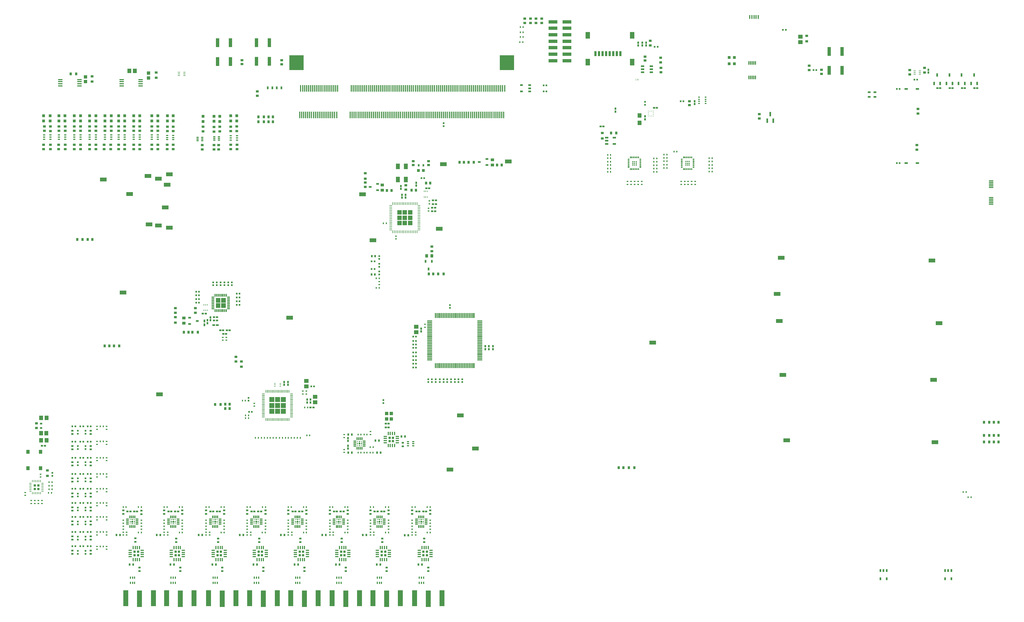
<source format=gtp>
G04*
G04 #@! TF.GenerationSoftware,Altium Limited,Altium Designer,20.2.6 (244)*
G04*
G04 Layer_Color=8421504*
%FSLAX25Y25*%
%MOIN*%
G70*
G04*
G04 #@! TF.SameCoordinates,7BFF7E2D-F564-4378-804B-9DD5228BFDDE*
G04*
G04*
G04 #@! TF.FilePolarity,Positive*
G04*
G01*
G75*
%ADD29R,0.05236X0.05236*%
%ADD30R,0.03150X0.03150*%
%ADD31R,0.01772X0.01772*%
%ADD32R,0.01772X0.01772*%
%ADD33R,0.02953X0.02953*%
%ADD34R,0.05866X0.05866*%
%ADD35R,0.03740X0.02165*%
%ADD36R,0.02598X0.02441*%
%ADD37R,0.02441X0.02598*%
%ADD38R,0.02165X0.03740*%
%ADD39R,0.04331X0.02362*%
%ADD40R,0.04528X0.05709*%
%ADD41R,0.01083X0.00984*%
%ADD42R,0.00984X0.01083*%
%ADD43R,0.08268X0.05118*%
%ADD44R,0.03543X0.02953*%
%ADD45R,0.00984X0.01968*%
%ADD46R,0.00984X0.00591*%
%ADD47R,0.03850X0.02200*%
%ADD48R,0.03543X0.02756*%
%ADD49R,0.03740X0.03150*%
%ADD50R,0.05709X0.07874*%
%ADD51R,0.03150X0.05906*%
%ADD52R,0.17700X0.18100*%
%ADD53R,0.01400X0.07900*%
%ADD54R,0.05512X0.01181*%
%ADD55R,0.03150X0.03740*%
G04:AMPARAMS|DCode=56|XSize=21.65mil|YSize=31.5mil|CornerRadius=1.95mil|HoleSize=0mil|Usage=FLASHONLY|Rotation=0.000|XOffset=0mil|YOffset=0mil|HoleType=Round|Shape=RoundedRectangle|*
%AMROUNDEDRECTD56*
21,1,0.02165,0.02760,0,0,0.0*
21,1,0.01776,0.03150,0,0,0.0*
1,1,0.00390,0.00888,-0.01380*
1,1,0.00390,-0.00888,-0.01380*
1,1,0.00390,-0.00888,0.01380*
1,1,0.00390,0.00888,0.01380*
%
%ADD56ROUNDEDRECTD56*%
%ADD57R,0.03937X0.11024*%
%ADD58R,0.02362X0.02165*%
G04:AMPARAMS|DCode=59|XSize=21.65mil|YSize=31.5mil|CornerRadius=1.95mil|HoleSize=0mil|Usage=FLASHONLY|Rotation=270.000|XOffset=0mil|YOffset=0mil|HoleType=Round|Shape=RoundedRectangle|*
%AMROUNDEDRECTD59*
21,1,0.02165,0.02760,0,0,270.0*
21,1,0.01776,0.03150,0,0,270.0*
1,1,0.00390,-0.01380,-0.00888*
1,1,0.00390,-0.01380,0.00888*
1,1,0.00390,0.01380,0.00888*
1,1,0.00390,0.01380,-0.00888*
%
%ADD59ROUNDEDRECTD59*%
%ADD60R,0.02600X0.00900*%
%ADD61R,0.06299X0.19291*%
%ADD62R,0.05906X0.20472*%
%ADD63R,0.01181X0.02756*%
%ADD64R,0.02300X0.05200*%
%ADD65R,0.03740X0.03347*%
%ADD66R,0.01772X0.05118*%
%ADD67R,0.04528X0.05512*%
%ADD68R,0.02047X0.02047*%
%ADD69O,0.01181X0.05315*%
%ADD70R,0.03937X0.04134*%
%ADD71R,0.10827X0.03937*%
%ADD72R,0.02047X0.02835*%
%ADD73R,0.01772X0.02165*%
%ADD74R,0.05512X0.01772*%
%ADD75R,0.02165X0.01772*%
%ADD76R,0.03937X0.04724*%
%ADD77R,0.02165X0.02165*%
%ADD78R,0.02284X0.02598*%
%ADD79R,0.02323X0.02441*%
%ADD80R,0.01968X0.01968*%
%ADD81R,0.05512X0.04921*%
%ADD82R,0.04921X0.05512*%
%ADD83O,0.00984X0.03543*%
%ADD84O,0.03543X0.00984*%
%ADD85R,0.04375X0.02365*%
%ADD86O,0.00984X0.03150*%
%ADD87O,0.03150X0.00984*%
%ADD88R,0.01378X0.01968*%
%ADD89R,0.01968X0.01378*%
%ADD90R,0.03956X0.01535*%
%ADD91R,0.01535X0.03956*%
%ADD92O,0.00787X0.03543*%
%ADD93O,0.03543X0.00787*%
%ADD94R,0.02441X0.02323*%
%ADD95R,0.02835X0.02047*%
%ADD96R,0.01968X0.01968*%
%ADD97R,0.02598X0.02284*%
%ADD98R,0.05906X0.01181*%
%ADD99R,0.01181X0.05906*%
%ADD100R,0.03740X0.02362*%
%ADD101R,0.02953X0.03543*%
%ADD102R,0.04331X0.03937*%
G04:AMPARAMS|DCode=103|XSize=7.87mil|YSize=17.72mil|CornerRadius=1.97mil|HoleSize=0mil|Usage=FLASHONLY|Rotation=180.000|XOffset=0mil|YOffset=0mil|HoleType=Round|Shape=RoundedRectangle|*
%AMROUNDEDRECTD103*
21,1,0.00787,0.01378,0,0,180.0*
21,1,0.00394,0.01772,0,0,180.0*
1,1,0.00394,-0.00197,0.00689*
1,1,0.00394,0.00197,0.00689*
1,1,0.00394,0.00197,-0.00689*
1,1,0.00394,-0.00197,-0.00689*
%
%ADD103ROUNDEDRECTD103*%
%ADD104R,0.05512X0.04528*%
%ADD105R,0.02756X0.01378*%
%ADD106R,0.00100X0.00100*%
%ADD107R,0.01200X0.03200*%
%ADD108R,0.03200X0.01200*%
%ADD109R,0.03937X0.03543*%
%ADD110R,0.02756X0.01181*%
%ADD111R,0.00100X0.00100*%
%ADD112R,0.02756X0.03543*%
%ADD113R,0.02165X0.02362*%
%ADD114R,0.02953X0.01772*%
%ADD115R,0.02165X0.03740*%
%ADD116R,0.02362X0.04134*%
%ADD117R,0.03543X0.03937*%
%ADD118R,0.02362X0.03740*%
%ADD119R,0.04921X0.06890*%
%ADD120R,0.03347X0.03543*%
%ADD121R,0.02362X0.03150*%
%ADD122R,0.03150X0.02362*%
%ADD123R,0.03347X0.03740*%
%ADD124R,0.03740X0.02165*%
G04:AMPARAMS|DCode=125|XSize=7.87mil|YSize=17.72mil|CornerRadius=1.97mil|HoleSize=0mil|Usage=FLASHONLY|Rotation=90.000|XOffset=0mil|YOffset=0mil|HoleType=Round|Shape=RoundedRectangle|*
%AMROUNDEDRECTD125*
21,1,0.00787,0.01378,0,0,90.0*
21,1,0.00394,0.01772,0,0,90.0*
1,1,0.00394,0.00689,0.00197*
1,1,0.00394,0.00689,-0.00197*
1,1,0.00394,-0.00689,-0.00197*
1,1,0.00394,-0.00689,0.00197*
%
%ADD125ROUNDEDRECTD125*%
G36*
X259278Y472066D02*
X253665D01*
Y477679D01*
X259278D01*
Y472066D01*
D02*
G37*
G36*
X252878D02*
X247265D01*
Y477679D01*
X252878D01*
Y472066D01*
D02*
G37*
G36*
X259278Y465666D02*
X253665D01*
Y471279D01*
X259278D01*
Y465666D01*
D02*
G37*
G36*
X252878D02*
X247265D01*
Y471279D01*
X252878D01*
Y465666D01*
D02*
G37*
G36*
X425018Y302381D02*
X424564D01*
X424007Y302938D01*
Y303393D01*
X425018D01*
Y302381D01*
D02*
G37*
G36*
X423219Y302938D02*
X422662Y302381D01*
X421463D01*
X420907Y302938D01*
Y303393D01*
X423219D01*
Y302938D01*
D02*
G37*
G36*
X420119D02*
X419562Y302381D01*
X419108D01*
Y303393D01*
X420119D01*
Y302938D01*
D02*
G37*
G36*
X425018Y299282D02*
X424564D01*
X424007Y299838D01*
Y301037D01*
X424564Y301594D01*
X425018D01*
Y299282D01*
D02*
G37*
G36*
X423219Y301037D02*
Y299838D01*
X422662Y299282D01*
X421463D01*
X420907Y299838D01*
Y301037D01*
X421463Y301594D01*
X422662D01*
X423219Y301037D01*
D02*
G37*
G36*
X420119D02*
Y299838D01*
X419562Y299282D01*
X419108D01*
Y301594D01*
X419562D01*
X420119Y301037D01*
D02*
G37*
G36*
X425018Y297483D02*
X424007D01*
Y297937D01*
X424564Y298494D01*
X425018D01*
Y297483D01*
D02*
G37*
G36*
X423219Y297937D02*
Y297483D01*
X420907D01*
Y297937D01*
X421463Y298494D01*
X422662D01*
X423219Y297937D01*
D02*
G37*
G36*
X420119D02*
Y297483D01*
X419108D01*
Y298494D01*
X419562D01*
X420119Y297937D01*
D02*
G37*
G36*
X500061Y207184D02*
X499607D01*
X499050Y207741D01*
Y208195D01*
X500061D01*
Y207184D01*
D02*
G37*
G36*
X498263Y207741D02*
X497706Y207184D01*
X496507D01*
X495950Y207741D01*
Y208195D01*
X498263D01*
Y207741D01*
D02*
G37*
G36*
X495163D02*
X494606Y207184D01*
X494151D01*
Y208195D01*
X495163D01*
Y207741D01*
D02*
G37*
G36*
X449309Y207184D02*
X448855D01*
X448298Y207741D01*
Y208195D01*
X449309D01*
Y207184D01*
D02*
G37*
G36*
X447511Y207741D02*
X446954Y207184D01*
X445755D01*
X445198Y207741D01*
Y208195D01*
X447511D01*
Y207741D01*
D02*
G37*
G36*
X444411D02*
X443854Y207184D01*
X443399D01*
Y208195D01*
X444411D01*
Y207741D01*
D02*
G37*
G36*
X399829Y207184D02*
X399375D01*
X398818Y207741D01*
Y208195D01*
X399829D01*
Y207184D01*
D02*
G37*
G36*
X398030Y207741D02*
X397474Y207184D01*
X396274D01*
X395718Y207741D01*
Y208195D01*
X398030D01*
Y207741D01*
D02*
G37*
G36*
X394930D02*
X394373Y207184D01*
X393919D01*
Y208195D01*
X394930D01*
Y207741D01*
D02*
G37*
G36*
X349522Y207184D02*
X349067D01*
X348511Y207741D01*
Y208195D01*
X349522D01*
Y207184D01*
D02*
G37*
G36*
X347723Y207741D02*
X347166Y207184D01*
X345967D01*
X345411Y207741D01*
Y208195D01*
X347723D01*
Y207741D01*
D02*
G37*
G36*
X344623D02*
X344066Y207184D01*
X343612D01*
Y208195D01*
X344623D01*
Y207741D01*
D02*
G37*
G36*
X299431Y207184D02*
X298977D01*
X298420Y207741D01*
Y208195D01*
X299431D01*
Y207184D01*
D02*
G37*
G36*
X297633Y207741D02*
X297076Y207184D01*
X295877D01*
X295320Y207741D01*
Y208195D01*
X297633D01*
Y207741D01*
D02*
G37*
G36*
X294533D02*
X293976Y207184D01*
X293521D01*
Y208195D01*
X294533D01*
Y207741D01*
D02*
G37*
G36*
X249416Y207184D02*
X248961D01*
X248404Y207741D01*
Y208195D01*
X249416D01*
Y207184D01*
D02*
G37*
G36*
X247617Y207741D02*
X247060Y207184D01*
X245861D01*
X245304Y207741D01*
Y208195D01*
X247617D01*
Y207741D01*
D02*
G37*
G36*
X244517D02*
X243960Y207184D01*
X243506D01*
Y208195D01*
X244517D01*
Y207741D01*
D02*
G37*
G36*
X198471Y207184D02*
X198016D01*
X197459Y207741D01*
Y208195D01*
X198471D01*
Y207184D01*
D02*
G37*
G36*
X196672Y207741D02*
X196115Y207184D01*
X194916D01*
X194359Y207741D01*
Y208195D01*
X196672D01*
Y207741D01*
D02*
G37*
G36*
X193572D02*
X193015Y207184D01*
X192561D01*
Y208195D01*
X193572D01*
Y207741D01*
D02*
G37*
G36*
X148596Y207184D02*
X148141D01*
X147584Y207741D01*
Y208195D01*
X148596D01*
Y207184D01*
D02*
G37*
G36*
X146797Y207741D02*
X146240Y207184D01*
X145041D01*
X144484Y207741D01*
Y208195D01*
X146797D01*
Y207741D01*
D02*
G37*
G36*
X143697D02*
X143140Y207184D01*
X142686D01*
Y208195D01*
X143697D01*
Y207741D01*
D02*
G37*
G36*
X500061Y204084D02*
X499607D01*
X499050Y204641D01*
Y205840D01*
X499607Y206397D01*
X500061D01*
Y204084D01*
D02*
G37*
G36*
X498263Y205840D02*
Y204641D01*
X497706Y204084D01*
X496507D01*
X495950Y204641D01*
Y205840D01*
X496507Y206397D01*
X497706D01*
X498263Y205840D01*
D02*
G37*
G36*
X495163D02*
Y204641D01*
X494606Y204084D01*
X494151D01*
Y206397D01*
X494606D01*
X495163Y205840D01*
D02*
G37*
G36*
X449309Y204084D02*
X448855D01*
X448298Y204641D01*
Y205840D01*
X448855Y206397D01*
X449309D01*
Y204084D01*
D02*
G37*
G36*
X447511Y205840D02*
Y204641D01*
X446954Y204084D01*
X445755D01*
X445198Y204641D01*
Y205840D01*
X445755Y206397D01*
X446954D01*
X447511Y205840D01*
D02*
G37*
G36*
X444411D02*
Y204641D01*
X443854Y204084D01*
X443399D01*
Y206397D01*
X443854D01*
X444411Y205840D01*
D02*
G37*
G36*
X399829Y204084D02*
X399375D01*
X398818Y204641D01*
Y205840D01*
X399375Y206397D01*
X399829D01*
Y204084D01*
D02*
G37*
G36*
X398030Y205840D02*
Y204641D01*
X397474Y204084D01*
X396274D01*
X395718Y204641D01*
Y205840D01*
X396274Y206397D01*
X397474D01*
X398030Y205840D01*
D02*
G37*
G36*
X394930D02*
Y204641D01*
X394373Y204084D01*
X393919D01*
Y206397D01*
X394373D01*
X394930Y205840D01*
D02*
G37*
G36*
X349522Y204084D02*
X349067D01*
X348511Y204641D01*
Y205840D01*
X349067Y206397D01*
X349522D01*
Y204084D01*
D02*
G37*
G36*
X347723Y205840D02*
Y204641D01*
X347166Y204084D01*
X345967D01*
X345411Y204641D01*
Y205840D01*
X345967Y206397D01*
X347166D01*
X347723Y205840D01*
D02*
G37*
G36*
X344623D02*
Y204641D01*
X344066Y204084D01*
X343612D01*
Y206397D01*
X344066D01*
X344623Y205840D01*
D02*
G37*
G36*
X299431Y204084D02*
X298977D01*
X298420Y204641D01*
Y205840D01*
X298977Y206397D01*
X299431D01*
Y204084D01*
D02*
G37*
G36*
X297633Y205840D02*
Y204641D01*
X297076Y204084D01*
X295877D01*
X295320Y204641D01*
Y205840D01*
X295877Y206397D01*
X297076D01*
X297633Y205840D01*
D02*
G37*
G36*
X294533D02*
Y204641D01*
X293976Y204084D01*
X293521D01*
Y206397D01*
X293976D01*
X294533Y205840D01*
D02*
G37*
G36*
X249416Y204084D02*
X248961D01*
X248404Y204641D01*
Y205840D01*
X248961Y206397D01*
X249416D01*
Y204084D01*
D02*
G37*
G36*
X247617Y205840D02*
Y204641D01*
X247060Y204084D01*
X245861D01*
X245304Y204641D01*
Y205840D01*
X245861Y206397D01*
X247060D01*
X247617Y205840D01*
D02*
G37*
G36*
X244517D02*
Y204641D01*
X243960Y204084D01*
X243506D01*
Y206397D01*
X243960D01*
X244517Y205840D01*
D02*
G37*
G36*
X198471Y204084D02*
X198016D01*
X197459Y204641D01*
Y205840D01*
X198016Y206397D01*
X198471D01*
Y204084D01*
D02*
G37*
G36*
X196672Y205840D02*
Y204641D01*
X196115Y204084D01*
X194916D01*
X194359Y204641D01*
Y205840D01*
X194916Y206397D01*
X196115D01*
X196672Y205840D01*
D02*
G37*
G36*
X193572D02*
Y204641D01*
X193015Y204084D01*
X192561D01*
Y206397D01*
X193015D01*
X193572Y205840D01*
D02*
G37*
G36*
X148596Y204084D02*
X148141D01*
X147584Y204641D01*
Y205840D01*
X148141Y206397D01*
X148596D01*
Y204084D01*
D02*
G37*
G36*
X146797Y205840D02*
Y204641D01*
X146240Y204084D01*
X145041D01*
X144484Y204641D01*
Y205840D01*
X145041Y206397D01*
X146240D01*
X146797Y205840D01*
D02*
G37*
G36*
X143697D02*
Y204641D01*
X143140Y204084D01*
X142686D01*
Y206397D01*
X143140D01*
X143697Y205840D01*
D02*
G37*
G36*
X500061Y202285D02*
X499050D01*
Y202740D01*
X499607Y203296D01*
X500061D01*
Y202285D01*
D02*
G37*
G36*
X498263Y202740D02*
Y202285D01*
X495950D01*
Y202740D01*
X496507Y203296D01*
X497706D01*
X498263Y202740D01*
D02*
G37*
G36*
X495163D02*
Y202285D01*
X494151D01*
Y203296D01*
X494606D01*
X495163Y202740D01*
D02*
G37*
G36*
X449309Y202285D02*
X448298D01*
Y202740D01*
X448855Y203296D01*
X449309D01*
Y202285D01*
D02*
G37*
G36*
X447511Y202740D02*
Y202285D01*
X445198D01*
Y202740D01*
X445755Y203296D01*
X446954D01*
X447511Y202740D01*
D02*
G37*
G36*
X444411D02*
Y202285D01*
X443399D01*
Y203296D01*
X443854D01*
X444411Y202740D01*
D02*
G37*
G36*
X399829Y202285D02*
X398818D01*
Y202740D01*
X399375Y203296D01*
X399829D01*
Y202285D01*
D02*
G37*
G36*
X398030Y202740D02*
Y202285D01*
X395718D01*
Y202740D01*
X396274Y203296D01*
X397474D01*
X398030Y202740D01*
D02*
G37*
G36*
X394930D02*
Y202285D01*
X393919D01*
Y203296D01*
X394373D01*
X394930Y202740D01*
D02*
G37*
G36*
X349522Y202285D02*
X348511D01*
Y202740D01*
X349067Y203296D01*
X349522D01*
Y202285D01*
D02*
G37*
G36*
X347723Y202740D02*
Y202285D01*
X345411D01*
Y202740D01*
X345967Y203296D01*
X347166D01*
X347723Y202740D01*
D02*
G37*
G36*
X344623D02*
Y202285D01*
X343612D01*
Y203296D01*
X344066D01*
X344623Y202740D01*
D02*
G37*
G36*
X299431Y202285D02*
X298420D01*
Y202740D01*
X298977Y203296D01*
X299431D01*
Y202285D01*
D02*
G37*
G36*
X297633Y202740D02*
Y202285D01*
X295320D01*
Y202740D01*
X295877Y203296D01*
X297076D01*
X297633Y202740D01*
D02*
G37*
G36*
X294533D02*
Y202285D01*
X293521D01*
Y203296D01*
X293976D01*
X294533Y202740D01*
D02*
G37*
G36*
X249416Y202285D02*
X248404D01*
Y202740D01*
X248961Y203296D01*
X249416D01*
Y202285D01*
D02*
G37*
G36*
X247617Y202740D02*
Y202285D01*
X245304D01*
Y202740D01*
X245861Y203296D01*
X247060D01*
X247617Y202740D01*
D02*
G37*
G36*
X244517D02*
Y202285D01*
X243506D01*
Y203296D01*
X243960D01*
X244517Y202740D01*
D02*
G37*
G36*
X198471Y202285D02*
X197459D01*
Y202740D01*
X198016Y203296D01*
X198471D01*
Y202285D01*
D02*
G37*
G36*
X196672Y202740D02*
Y202285D01*
X194359D01*
Y202740D01*
X194916Y203296D01*
X196115D01*
X196672Y202740D01*
D02*
G37*
G36*
X193572D02*
Y202285D01*
X192561D01*
Y203296D01*
X193015D01*
X193572Y202740D01*
D02*
G37*
G36*
X148596Y202285D02*
X147584D01*
Y202740D01*
X148141Y203296D01*
X148596D01*
Y202285D01*
D02*
G37*
G36*
X146797Y202740D02*
Y202285D01*
X144484D01*
Y202740D01*
X145041Y203296D01*
X146240D01*
X146797Y202740D01*
D02*
G37*
G36*
X143697D02*
Y202285D01*
X142686D01*
Y203296D01*
X143140D01*
X143697Y202740D01*
D02*
G37*
D29*
X483649Y581866D02*
D03*
X483642Y575426D02*
D03*
Y568997D02*
D03*
X477227Y581866D02*
D03*
X470797Y581859D02*
D03*
X470790Y575420D02*
D03*
X477221Y575426D02*
D03*
X470790Y568991D02*
D03*
X477221Y568997D02*
D03*
D30*
X26955Y249408D02*
D03*
X31282Y249408D02*
D03*
X26955Y245082D02*
D03*
X31282Y245081D02*
D03*
D31*
X758572Y639654D02*
D03*
Y641717D02*
D03*
X756505Y639654D02*
D03*
Y641717D02*
D03*
X754447Y639654D02*
D03*
X754439Y641717D02*
D03*
X823219Y639760D02*
D03*
Y641823D02*
D03*
X821152Y639760D02*
D03*
Y641823D02*
D03*
X819092Y639760D02*
D03*
X819085Y641823D02*
D03*
D32*
X758572Y643788D02*
D03*
X756505D02*
D03*
X754352Y643803D02*
D03*
X823219Y643894D02*
D03*
X821152D02*
D03*
X818998Y643910D02*
D03*
D33*
X458691Y307349D02*
D03*
X462820Y307349D02*
D03*
X458691Y303216D02*
D03*
X462820Y303216D02*
D03*
X202468Y168536D02*
D03*
X202468Y164406D02*
D03*
X198335Y168536D02*
D03*
X198334Y164406D02*
D03*
X353414Y168535D02*
D03*
Y164406D02*
D03*
X349280Y168535D02*
D03*
Y164406D02*
D03*
X403785Y168542D02*
D03*
X403778Y164406D02*
D03*
X399651Y168542D02*
D03*
X399644Y164406D02*
D03*
X453236Y168535D02*
D03*
X453236Y164406D02*
D03*
X449102Y168535D02*
D03*
X449102Y164406D02*
D03*
X503989Y168529D02*
D03*
X503995Y164406D02*
D03*
X499855Y168529D02*
D03*
X499861Y164406D02*
D03*
X253433Y168529D02*
D03*
X253439Y164406D02*
D03*
X249299Y168529D02*
D03*
X249306Y164406D02*
D03*
X303429Y168542D02*
D03*
X303423Y164406D02*
D03*
X299295Y168542D02*
D03*
X299289Y164406D02*
D03*
X152599Y168535D02*
D03*
X152598Y164406D02*
D03*
X148465Y168535D02*
D03*
X148465Y164406D02*
D03*
D34*
X315243Y346808D02*
D03*
Y353863D02*
D03*
X315237Y339775D02*
D03*
X329312D02*
D03*
X322257D02*
D03*
X322263Y346808D02*
D03*
X329318D02*
D03*
X322263Y353863D02*
D03*
X329318D02*
D03*
D35*
X244636Y444800D02*
D03*
X249164D02*
D03*
D36*
X248632Y450200D02*
D03*
X245168D02*
D03*
X248632Y454332D02*
D03*
X245168D02*
D03*
X783837Y709382D02*
D03*
X780372D02*
D03*
X365932Y344300D02*
D03*
X362468D02*
D03*
X35873Y297721D02*
D03*
X39337D02*
D03*
X718715Y686700D02*
D03*
X715250D02*
D03*
X506856Y611485D02*
D03*
X503392D02*
D03*
X457515Y324525D02*
D03*
X454050D02*
D03*
X457485Y319997D02*
D03*
X454021D02*
D03*
X491335Y217547D02*
D03*
X494799D02*
D03*
X440496D02*
D03*
X443961D02*
D03*
X391016D02*
D03*
X394480D02*
D03*
X352339D02*
D03*
X348875D02*
D03*
X290618D02*
D03*
X294083D02*
D03*
X252233D02*
D03*
X248768D02*
D03*
X201288D02*
D03*
X197823D02*
D03*
X151386D02*
D03*
X147921D02*
D03*
X503053D02*
D03*
X499588D02*
D03*
X452127D02*
D03*
X448662D02*
D03*
X402646D02*
D03*
X399182D02*
D03*
X340709D02*
D03*
X344173D02*
D03*
X302249D02*
D03*
X298784D02*
D03*
X240602D02*
D03*
X244067D02*
D03*
X189657D02*
D03*
X193122D02*
D03*
X139823D02*
D03*
X143287D02*
D03*
X234905Y458639D02*
D03*
X231440D02*
D03*
X1125060Y733397D02*
D03*
X1128525D02*
D03*
X1139982D02*
D03*
X1143446D02*
D03*
X1155021D02*
D03*
X1158486D02*
D03*
X1170061D02*
D03*
X1173525D02*
D03*
X513941Y583306D02*
D03*
X510476D02*
D03*
X515017Y596668D02*
D03*
X511552D02*
D03*
X513941Y587547D02*
D03*
X510476D02*
D03*
X515017Y592140D02*
D03*
X511552D02*
D03*
X259783Y433859D02*
D03*
X256318D02*
D03*
X264116Y438260D02*
D03*
X260651Y438258D02*
D03*
X252629Y438260D02*
D03*
X256093D02*
D03*
D37*
X240600Y454032D02*
D03*
Y450568D02*
D03*
X769442Y695444D02*
D03*
Y698908D02*
D03*
X761143Y788816D02*
D03*
Y785352D02*
D03*
X766142Y788816D02*
D03*
Y785352D02*
D03*
X770671Y788816D02*
D03*
Y785352D02*
D03*
X733357Y708194D02*
D03*
Y704729D02*
D03*
X829570Y717394D02*
D03*
Y713930D02*
D03*
X408108Y294187D02*
D03*
Y297652D02*
D03*
X408136Y307007D02*
D03*
Y303542D02*
D03*
X237200Y450532D02*
D03*
Y447068D02*
D03*
X330448Y375484D02*
D03*
Y372020D02*
D03*
X334977Y375484D02*
D03*
Y372020D02*
D03*
X362280Y353965D02*
D03*
Y350500D02*
D03*
X358321Y353965D02*
D03*
Y350500D02*
D03*
X574996Y418913D02*
D03*
Y415449D02*
D03*
X579524Y418913D02*
D03*
Y415449D02*
D03*
X584287Y418913D02*
D03*
Y415449D02*
D03*
X496914Y440370D02*
D03*
Y436905D02*
D03*
X1114216Y755645D02*
D03*
Y752180D02*
D03*
X490946Y618131D02*
D03*
Y614666D02*
D03*
X478181Y603435D02*
D03*
Y599970D02*
D03*
X473653Y603435D02*
D03*
Y599970D02*
D03*
X472551Y610561D02*
D03*
Y614026D02*
D03*
D38*
X233300Y445036D02*
D03*
Y449564D02*
D03*
D39*
X732200Y672980D02*
D03*
Y665500D02*
D03*
X722751D02*
D03*
Y669240D02*
D03*
Y672980D02*
D03*
D40*
X762700Y700028D02*
D03*
Y690972D02*
D03*
D41*
X779532Y699341D02*
D03*
Y701310D02*
D03*
Y703278D02*
D03*
Y705247D02*
D03*
X773528D02*
D03*
Y703278D02*
D03*
Y701310D02*
D03*
Y699341D02*
D03*
D42*
X777515Y705296D02*
D03*
X775546D02*
D03*
Y699292D02*
D03*
X777515D02*
D03*
D43*
X930100Y482600D02*
D03*
X190898Y563200D02*
D03*
Y628500D02*
D03*
X188207Y615717D02*
D03*
X110514Y622095D02*
D03*
X134327Y484236D02*
D03*
X1118561Y523324D02*
D03*
X178701Y360265D02*
D03*
X164723Y626371D02*
D03*
X425576Y603968D02*
D03*
X1122047Y302045D02*
D03*
X1126978Y446850D02*
D03*
X1120558Y377953D02*
D03*
X778583Y423228D02*
D03*
X544732Y334660D02*
D03*
X563096Y294202D02*
D03*
X532104Y268833D02*
D03*
X337224Y453543D02*
D03*
X166142Y567354D02*
D03*
X142370Y604331D02*
D03*
X177394Y566142D02*
D03*
X185827Y588000D02*
D03*
X177425Y623161D02*
D03*
X603150Y644095D02*
D03*
X438366Y548090D02*
D03*
X519186Y562062D02*
D03*
X524022Y640836D02*
D03*
X934931Y526552D02*
D03*
X937154Y383980D02*
D03*
X941650Y304423D02*
D03*
X932898Y449608D02*
D03*
D44*
X769300Y771762D02*
D03*
Y767038D02*
D03*
X327304Y762469D02*
D03*
Y767194D02*
D03*
X279128Y762645D02*
D03*
Y767370D02*
D03*
X823270Y717354D02*
D03*
Y712630D02*
D03*
X487448Y639701D02*
D03*
X487449Y644425D02*
D03*
X506182Y639701D02*
D03*
Y644425D02*
D03*
X984112Y755538D02*
D03*
Y750814D02*
D03*
D45*
X760882Y743808D02*
D03*
D46*
X758323Y743119D02*
D03*
Y744497D02*
D03*
D47*
X766397Y752560D02*
D03*
Y756300D02*
D03*
Y760040D02*
D03*
X777147D02*
D03*
Y756300D02*
D03*
Y752560D02*
D03*
D48*
X788700Y758156D02*
D03*
Y752644D02*
D03*
X788480Y770256D02*
D03*
Y764744D02*
D03*
X231787Y680834D02*
D03*
Y686344D02*
D03*
X908514Y701784D02*
D03*
X908516Y696272D02*
D03*
X244998Y685912D02*
D03*
X244998Y680399D02*
D03*
X643643Y818091D02*
D03*
Y812579D02*
D03*
X629975Y818091D02*
D03*
Y812579D02*
D03*
X623052Y818091D02*
D03*
Y812579D02*
D03*
X252100Y680723D02*
D03*
X252100Y686236D02*
D03*
X112461Y681189D02*
D03*
Y686701D02*
D03*
X222492Y465305D02*
D03*
Y459793D02*
D03*
X198158Y459808D02*
D03*
X198158Y465319D02*
D03*
X28954Y319438D02*
D03*
Y324950D02*
D03*
X1091465Y749933D02*
D03*
Y755446D02*
D03*
X37864Y664457D02*
D03*
Y658945D02*
D03*
X63977Y681189D02*
D03*
Y686701D02*
D03*
X75052Y664457D02*
D03*
Y658945D02*
D03*
X75102Y681189D02*
D03*
Y686701D02*
D03*
X176847Y658945D02*
D03*
Y664457D02*
D03*
X176783Y681190D02*
D03*
Y686702D02*
D03*
X154748Y658945D02*
D03*
Y664457D02*
D03*
X147268Y664457D02*
D03*
Y658945D02*
D03*
X147248Y681189D02*
D03*
Y686701D02*
D03*
X128965Y664457D02*
D03*
Y658945D02*
D03*
X119941Y686701D02*
D03*
Y681189D02*
D03*
X265567Y664457D02*
D03*
Y658945D02*
D03*
X265382Y680894D02*
D03*
Y686406D02*
D03*
X188244Y680923D02*
D03*
Y686435D02*
D03*
X46165Y681146D02*
D03*
Y686657D02*
D03*
X64171Y658945D02*
D03*
Y664457D02*
D03*
X56096Y664457D02*
D03*
Y658945D02*
D03*
X38645Y681191D02*
D03*
Y686702D02*
D03*
X56497Y681189D02*
D03*
Y686701D02*
D03*
X82882Y658945D02*
D03*
Y664457D02*
D03*
X101339Y658945D02*
D03*
Y664457D02*
D03*
X93858Y664457D02*
D03*
Y658945D02*
D03*
X82583Y681189D02*
D03*
Y686701D02*
D03*
X101339Y681189D02*
D03*
Y686701D02*
D03*
X93858Y681189D02*
D03*
Y686701D02*
D03*
X169367Y664457D02*
D03*
Y658945D02*
D03*
X169303Y681190D02*
D03*
Y686702D02*
D03*
X154728Y681189D02*
D03*
Y686701D02*
D03*
X136445Y658945D02*
D03*
Y664457D02*
D03*
X119495Y664452D02*
D03*
Y658940D02*
D03*
X136496Y681189D02*
D03*
Y686701D02*
D03*
X129016Y681189D02*
D03*
Y686701D02*
D03*
X111531Y658945D02*
D03*
Y664457D02*
D03*
X273047Y658945D02*
D03*
Y664457D02*
D03*
X272882Y681141D02*
D03*
Y686653D02*
D03*
X195346Y680923D02*
D03*
Y686435D02*
D03*
X45987Y658945D02*
D03*
Y664457D02*
D03*
X775592Y790902D02*
D03*
X775593Y785391D02*
D03*
X297807Y729418D02*
D03*
X297805Y723906D02*
D03*
X1101541Y702502D02*
D03*
X1101541Y708014D02*
D03*
X1099902Y663999D02*
D03*
X1099902Y658487D02*
D03*
X1109293Y752337D02*
D03*
Y757849D02*
D03*
X510069Y540265D02*
D03*
Y534753D02*
D03*
X429230Y618361D02*
D03*
Y612849D02*
D03*
X969151Y760830D02*
D03*
Y755318D02*
D03*
X271844Y400489D02*
D03*
Y406001D02*
D03*
X230672Y664173D02*
D03*
X230672Y658661D02*
D03*
X245220Y664173D02*
D03*
X245218Y658661D02*
D03*
X188079Y658945D02*
D03*
X188079Y664457D02*
D03*
X250750Y658661D02*
D03*
X250748Y664173D02*
D03*
X195559Y664457D02*
D03*
X195559Y658945D02*
D03*
X636809Y812579D02*
D03*
Y818091D02*
D03*
D49*
X174828Y745852D02*
D03*
Y752348D02*
D03*
X96899Y741252D02*
D03*
Y747748D02*
D03*
X478489Y614963D02*
D03*
Y609648D02*
D03*
X42434Y267523D02*
D03*
Y261027D02*
D03*
X717384Y672106D02*
D03*
Y678602D02*
D03*
X198158Y447704D02*
D03*
Y454200D02*
D03*
X278370Y400462D02*
D03*
Y393966D02*
D03*
X429213Y623027D02*
D03*
Y629523D02*
D03*
X966208Y790428D02*
D03*
Y796924D02*
D03*
D50*
X699724Y765138D02*
D03*
Y797815D02*
D03*
X753858D02*
D03*
Y765138D02*
D03*
D51*
X739409Y775374D02*
D03*
X735079D02*
D03*
X730748D02*
D03*
X726417D02*
D03*
X722087D02*
D03*
X717756D02*
D03*
X713425D02*
D03*
X709094D02*
D03*
D52*
X601550Y764206D02*
D03*
X345251D02*
D03*
D53*
X598577Y733112D02*
D03*
X597396Y700812D02*
D03*
X596215Y733112D02*
D03*
X595034Y700812D02*
D03*
X593853Y733112D02*
D03*
X592672Y700812D02*
D03*
X591491Y733112D02*
D03*
X590310Y700812D02*
D03*
X589129Y733112D02*
D03*
X587948Y700812D02*
D03*
X586767Y733112D02*
D03*
X585586Y700812D02*
D03*
X584405Y733112D02*
D03*
X583224Y700812D02*
D03*
X582043Y733112D02*
D03*
X580862Y700812D02*
D03*
X579681Y733112D02*
D03*
X578500Y700812D02*
D03*
X577319Y733112D02*
D03*
X576138Y700812D02*
D03*
X574957Y733112D02*
D03*
X573776Y700812D02*
D03*
X572595Y733112D02*
D03*
X571414Y700812D02*
D03*
X570233Y733112D02*
D03*
X569052Y700812D02*
D03*
X567871Y733112D02*
D03*
X566690Y700812D02*
D03*
X565509Y733112D02*
D03*
X564328Y700812D02*
D03*
X563147Y733112D02*
D03*
X561966Y700812D02*
D03*
X560785Y733112D02*
D03*
X559604Y700812D02*
D03*
X558423Y733112D02*
D03*
X557242Y700812D02*
D03*
X556061Y733112D02*
D03*
X554880Y700812D02*
D03*
X553699Y733112D02*
D03*
X552518Y700812D02*
D03*
X551337Y733112D02*
D03*
X550156Y700812D02*
D03*
X548975Y733112D02*
D03*
X547794Y700812D02*
D03*
X546613Y733112D02*
D03*
X545432Y700812D02*
D03*
X544251Y733112D02*
D03*
X543070Y700812D02*
D03*
X541889Y733112D02*
D03*
X540708Y700812D02*
D03*
X539527Y733112D02*
D03*
X538346Y700812D02*
D03*
X537165Y733112D02*
D03*
X535984Y700812D02*
D03*
X534803Y733112D02*
D03*
X533622Y700812D02*
D03*
X532441Y733112D02*
D03*
X531260Y700812D02*
D03*
X530079Y733112D02*
D03*
X528898Y700812D02*
D03*
X527717Y733112D02*
D03*
X526536Y700812D02*
D03*
X525355Y733112D02*
D03*
X524174Y700812D02*
D03*
X522993Y733112D02*
D03*
X521812Y700812D02*
D03*
X520631Y733112D02*
D03*
X519450Y700812D02*
D03*
X518269Y733112D02*
D03*
X517088Y700812D02*
D03*
X515907Y733112D02*
D03*
X514726Y700812D02*
D03*
X513545Y733112D02*
D03*
X512364Y700812D02*
D03*
X511183Y733112D02*
D03*
X510002Y700812D02*
D03*
X508821Y733112D02*
D03*
X507640Y700812D02*
D03*
X506459Y733112D02*
D03*
X505278Y700812D02*
D03*
X504097Y733112D02*
D03*
X502916Y700812D02*
D03*
X501735Y733112D02*
D03*
X500554Y700812D02*
D03*
X499373Y733112D02*
D03*
X498192Y700812D02*
D03*
X497011Y733112D02*
D03*
X495830Y700812D02*
D03*
X494649Y733112D02*
D03*
X493468Y700812D02*
D03*
X492287Y733112D02*
D03*
X491106Y700812D02*
D03*
X489925Y733112D02*
D03*
X488744Y700812D02*
D03*
X487563Y733112D02*
D03*
X486382Y700812D02*
D03*
X485201Y733112D02*
D03*
X484020Y700812D02*
D03*
X482839Y733112D02*
D03*
X481658Y700812D02*
D03*
X480477Y733112D02*
D03*
X479296Y700812D02*
D03*
X478115Y733112D02*
D03*
X476934Y700812D02*
D03*
X475753Y733112D02*
D03*
X474572Y700812D02*
D03*
X473391Y733112D02*
D03*
X472210Y700812D02*
D03*
X471029Y733112D02*
D03*
X469848Y700812D02*
D03*
X468667Y733112D02*
D03*
X467486Y700812D02*
D03*
X466305Y733112D02*
D03*
X465124Y700812D02*
D03*
X463943Y733112D02*
D03*
X462762Y700812D02*
D03*
X461581Y733112D02*
D03*
X460400Y700812D02*
D03*
X459219Y733112D02*
D03*
X458038Y700812D02*
D03*
X456857Y733112D02*
D03*
X455676Y700812D02*
D03*
X454495Y733112D02*
D03*
X453314Y700812D02*
D03*
X452133Y733112D02*
D03*
X450952Y700812D02*
D03*
X449771Y733112D02*
D03*
X448590Y700812D02*
D03*
X447409Y733112D02*
D03*
X446228Y700812D02*
D03*
X445047Y733112D02*
D03*
X443866Y700812D02*
D03*
X442685Y733112D02*
D03*
X441504Y700812D02*
D03*
X440323Y733112D02*
D03*
X439142Y700812D02*
D03*
X437961Y733112D02*
D03*
X436780Y700812D02*
D03*
X435599Y733112D02*
D03*
X434418Y700812D02*
D03*
X433237Y733112D02*
D03*
X432056Y700812D02*
D03*
X430875Y733112D02*
D03*
X429694Y700812D02*
D03*
X428513Y733112D02*
D03*
X427332Y700812D02*
D03*
X426151Y733112D02*
D03*
X424970Y700812D02*
D03*
X423789Y733112D02*
D03*
X422608Y700812D02*
D03*
X421427Y733112D02*
D03*
X420246Y700812D02*
D03*
X419065Y733112D02*
D03*
X417884Y700812D02*
D03*
X416703Y733112D02*
D03*
X415522Y700812D02*
D03*
X414341Y733112D02*
D03*
X413160Y700812D02*
D03*
X411979Y733112D02*
D03*
X410798Y700812D02*
D03*
X395444Y733112D02*
D03*
X394263Y700812D02*
D03*
X393082Y733112D02*
D03*
X391901Y700812D02*
D03*
X390720Y733112D02*
D03*
X389539Y700812D02*
D03*
X388358Y733112D02*
D03*
X387177Y700812D02*
D03*
X385996Y733112D02*
D03*
X384815Y700812D02*
D03*
X383634Y733112D02*
D03*
X382453Y700812D02*
D03*
X381272Y733112D02*
D03*
X380091Y700812D02*
D03*
X378910Y733112D02*
D03*
X377729Y700812D02*
D03*
X376548Y733112D02*
D03*
X375367Y700812D02*
D03*
X374186Y733112D02*
D03*
X373005Y700812D02*
D03*
X371824Y733112D02*
D03*
X370643Y700812D02*
D03*
X369462Y733112D02*
D03*
X368281Y700812D02*
D03*
X367100Y733112D02*
D03*
X365919Y700812D02*
D03*
X364738Y733112D02*
D03*
X363557Y700812D02*
D03*
X362376Y733112D02*
D03*
X361195Y700812D02*
D03*
X360014Y733112D02*
D03*
X358833Y700812D02*
D03*
X357652Y733112D02*
D03*
X356471Y700812D02*
D03*
X355290Y733112D02*
D03*
X354109Y700812D02*
D03*
X352928Y733112D02*
D03*
X351747Y700812D02*
D03*
X350566Y733112D02*
D03*
X349385Y700812D02*
D03*
D54*
X1190370Y620275D02*
D03*
Y618306D02*
D03*
Y616338D02*
D03*
Y614369D02*
D03*
Y612401D02*
D03*
Y592125D02*
D03*
Y594094D02*
D03*
Y596062D02*
D03*
Y598031D02*
D03*
Y599999D02*
D03*
D55*
X490737Y609148D02*
D03*
X485423D02*
D03*
X77367Y750522D02*
D03*
X70871D02*
D03*
X727904Y678712D02*
D03*
X734400D02*
D03*
X561163Y643118D02*
D03*
X554667D02*
D03*
X305668Y692449D02*
D03*
X299172D02*
D03*
X305677Y698213D02*
D03*
X299181D02*
D03*
X1188197Y326441D02*
D03*
X1181701Y326439D02*
D03*
Y302330D02*
D03*
X1188197Y302331D02*
D03*
X1181701Y310367D02*
D03*
X1188197Y310366D02*
D03*
X517785Y506996D02*
D03*
X524281D02*
D03*
X225268Y435893D02*
D03*
X218772Y435895D02*
D03*
X78676Y548969D02*
D03*
X85173Y548970D02*
D03*
X129886Y419358D02*
D03*
X123390D02*
D03*
X252941Y348125D02*
D03*
X246445D02*
D03*
X756333Y270943D02*
D03*
X749837D02*
D03*
D56*
X1063240Y135780D02*
D03*
X1055760D02*
D03*
Y145820D02*
D03*
X1059500D02*
D03*
X1063240D02*
D03*
X1141940Y135780D02*
D03*
X1134460D02*
D03*
Y145820D02*
D03*
X1138200D02*
D03*
X1141940D02*
D03*
D57*
X265124Y788575D02*
D03*
X249376D02*
D03*
X265124Y765740D02*
D03*
X249376D02*
D03*
X1009108Y777927D02*
D03*
X993360D02*
D03*
X1009108Y755092D02*
D03*
X993360D02*
D03*
X296644Y765929D02*
D03*
X312392D02*
D03*
X296644Y788763D02*
D03*
X312392D02*
D03*
D58*
X649559Y736557D02*
D03*
X646212D02*
D03*
X649559Y729274D02*
D03*
X646212D02*
D03*
X1097177Y743724D02*
D03*
X1100524Y743724D02*
D03*
X487315Y402149D02*
D03*
X490661D02*
D03*
X974367Y755318D02*
D03*
X977713D02*
D03*
X226632Y471846D02*
D03*
X223286D02*
D03*
X226632Y476374D02*
D03*
X223286D02*
D03*
X226632Y480903D02*
D03*
X223286D02*
D03*
X226632Y485431D02*
D03*
X223286D02*
D03*
X272578Y482859D02*
D03*
X275925D02*
D03*
X272578Y478330D02*
D03*
X275925D02*
D03*
X272578Y473802D02*
D03*
X275925D02*
D03*
X272578Y469273D02*
D03*
X275925D02*
D03*
X287697Y338968D02*
D03*
X291043Y338969D02*
D03*
X490661Y393092D02*
D03*
X487315D02*
D03*
X490661Y397620D02*
D03*
X487315D02*
D03*
X490661Y406677D02*
D03*
X487315D02*
D03*
X490661Y411206D02*
D03*
X487315D02*
D03*
X490661Y416862D02*
D03*
X487315D02*
D03*
X490661Y420928D02*
D03*
X487315D02*
D03*
X490661Y425456D02*
D03*
X487315D02*
D03*
X490661Y430614D02*
D03*
X487315D02*
D03*
X1079213Y642153D02*
D03*
X1075866D02*
D03*
X1079213Y732492D02*
D03*
X1075866D02*
D03*
D59*
X629077Y729433D02*
D03*
Y733173D02*
D03*
Y736913D02*
D03*
X619038D02*
D03*
Y729433D02*
D03*
D60*
X202550Y752568D02*
D03*
Y750600D02*
D03*
Y748631D02*
D03*
X209050D02*
D03*
Y750600D02*
D03*
Y752568D02*
D03*
X1097274Y754370D02*
D03*
Y752402D02*
D03*
Y750433D02*
D03*
X1103774D02*
D03*
Y752402D02*
D03*
Y754370D02*
D03*
D61*
X522432Y111876D02*
D03*
X488968D02*
D03*
X471732D02*
D03*
X438268D02*
D03*
X422232D02*
D03*
X388768D02*
D03*
X371832D02*
D03*
X338368D02*
D03*
X321932D02*
D03*
X288468D02*
D03*
X271732D02*
D03*
X238268D02*
D03*
X220732D02*
D03*
X187268D02*
D03*
X171248D02*
D03*
X137784D02*
D03*
D62*
X505700Y111286D02*
D03*
X455000D02*
D03*
X405500D02*
D03*
X355100D02*
D03*
X305200D02*
D03*
X255000D02*
D03*
X204000D02*
D03*
X154516D02*
D03*
D63*
X192787Y130709D02*
D03*
X195346D02*
D03*
X197906D02*
D03*
Y137008D02*
D03*
X195346D02*
D03*
X192787D02*
D03*
X143405Y130709D02*
D03*
X145965D02*
D03*
X148524D02*
D03*
Y137008D02*
D03*
X145965D02*
D03*
X143405D02*
D03*
X344268Y130709D02*
D03*
X346827D02*
D03*
X349386D02*
D03*
Y137008D02*
D03*
X346827D02*
D03*
X344268D02*
D03*
X494803D02*
D03*
X497362D02*
D03*
X499921D02*
D03*
Y130709D02*
D03*
X497362D02*
D03*
X494803D02*
D03*
X443705Y137008D02*
D03*
X446264D02*
D03*
X448823D02*
D03*
Y130709D02*
D03*
X446264D02*
D03*
X443705D02*
D03*
X394493Y137008D02*
D03*
X397051D02*
D03*
X399611D02*
D03*
Y130709D02*
D03*
X397053D02*
D03*
X394493D02*
D03*
X294195Y137008D02*
D03*
X296754D02*
D03*
X299313D02*
D03*
Y130709D02*
D03*
X296754D02*
D03*
X294195D02*
D03*
X243984Y137008D02*
D03*
X246543D02*
D03*
X249102D02*
D03*
Y130709D02*
D03*
X246543D02*
D03*
X243984D02*
D03*
D64*
X921800Y701800D02*
D03*
X925540Y693800D02*
D03*
X918060D02*
D03*
D65*
X231787Y699031D02*
D03*
Y692732D02*
D03*
X244998Y692866D02*
D03*
Y699165D02*
D03*
X252100Y692831D02*
D03*
Y699130D02*
D03*
X195346Y693356D02*
D03*
Y699656D02*
D03*
X188244Y693356D02*
D03*
Y699656D02*
D03*
X265382Y693358D02*
D03*
Y699657D02*
D03*
X272882Y693358D02*
D03*
Y699657D02*
D03*
X45881Y693408D02*
D03*
Y699708D02*
D03*
X37608Y693262D02*
D03*
Y699561D02*
D03*
X63842Y693417D02*
D03*
Y699717D02*
D03*
X56398Y693406D02*
D03*
Y699706D02*
D03*
X82583Y693417D02*
D03*
Y699717D02*
D03*
X75102Y693417D02*
D03*
Y699717D02*
D03*
X101339Y693417D02*
D03*
Y699717D02*
D03*
X93858Y693417D02*
D03*
Y699717D02*
D03*
X169303Y693417D02*
D03*
Y699717D02*
D03*
X176784Y693417D02*
D03*
Y699717D02*
D03*
X147248Y693417D02*
D03*
Y699717D02*
D03*
X154728Y693417D02*
D03*
Y699717D02*
D03*
X136496Y693417D02*
D03*
Y699717D02*
D03*
X129016Y693417D02*
D03*
Y699717D02*
D03*
X119941D02*
D03*
Y693417D02*
D03*
X112461Y699717D02*
D03*
Y693417D02*
D03*
D66*
X896882Y819983D02*
D03*
X899441D02*
D03*
X902000D02*
D03*
X904559D02*
D03*
X907118D02*
D03*
D67*
X148618Y754468D02*
D03*
X141925D02*
D03*
X41357Y304218D02*
D03*
X34664Y304217D02*
D03*
D68*
X287167Y355976D02*
D03*
Y352827D02*
D03*
D69*
X895807Y746384D02*
D03*
X897775D02*
D03*
X899743D02*
D03*
X901712D02*
D03*
X903681D02*
D03*
X895807Y763903D02*
D03*
X897775D02*
D03*
X899743D02*
D03*
X901712D02*
D03*
X903681D02*
D03*
D70*
X88717Y741179D02*
D03*
Y747085D02*
D03*
X165274Y751642D02*
D03*
Y745736D02*
D03*
D71*
X674318Y814052D02*
D03*
Y806178D02*
D03*
Y798304D02*
D03*
Y790430D02*
D03*
Y782556D02*
D03*
Y774682D02*
D03*
Y766808D02*
D03*
X657546D02*
D03*
Y774682D02*
D03*
Y782556D02*
D03*
Y790430D02*
D03*
Y798304D02*
D03*
Y806178D02*
D03*
Y814052D02*
D03*
D72*
X247443Y152943D02*
D03*
X243112D02*
D03*
X408323Y311385D02*
D03*
X412654D02*
D03*
X441311Y304078D02*
D03*
X445642D02*
D03*
X447673Y289477D02*
D03*
X443342D02*
D03*
X408323Y289475D02*
D03*
X412654D02*
D03*
X476925Y188638D02*
D03*
X481256D02*
D03*
X498061Y152945D02*
D03*
X493731D02*
D03*
X426173Y188850D02*
D03*
X430504D02*
D03*
X447323Y152945D02*
D03*
X442992D02*
D03*
X397870Y152943D02*
D03*
X393539D02*
D03*
X376693Y188850D02*
D03*
X381024D02*
D03*
X326343D02*
D03*
X330673D02*
D03*
X347500Y152945D02*
D03*
X343169D02*
D03*
X276295Y188850D02*
D03*
X280626D02*
D03*
X297516Y152943D02*
D03*
X293185D02*
D03*
X226279Y188850D02*
D03*
X230610D02*
D03*
X175335D02*
D03*
X179665D02*
D03*
X196476Y152941D02*
D03*
X192146D02*
D03*
X473059Y309114D02*
D03*
X477391D02*
D03*
X146682Y152941D02*
D03*
X142351D02*
D03*
X126475Y188878D02*
D03*
X130806D02*
D03*
D73*
X283183Y352539D02*
D03*
X279640D02*
D03*
X442449Y501768D02*
D03*
X445992D02*
D03*
X442449Y489921D02*
D03*
X445992D02*
D03*
X1162448Y235059D02*
D03*
X1165991D02*
D03*
X1156549Y241492D02*
D03*
X1160092D02*
D03*
X420342Y311385D02*
D03*
X423886D02*
D03*
X438651Y295932D02*
D03*
X435107D02*
D03*
X438453Y289477D02*
D03*
X434909D02*
D03*
X427626D02*
D03*
X431169D02*
D03*
X420342Y289475D02*
D03*
X423886D02*
D03*
X504480Y222913D02*
D03*
X508024D02*
D03*
Y191983D02*
D03*
X504480Y191984D02*
D03*
X489689Y222913D02*
D03*
X486146D02*
D03*
X438937D02*
D03*
X435394D02*
D03*
X453728D02*
D03*
X457272D02*
D03*
Y192168D02*
D03*
X453728Y192169D02*
D03*
X404248Y222913D02*
D03*
X407791D02*
D03*
X389457D02*
D03*
X385913D02*
D03*
X407791Y192083D02*
D03*
X404248D02*
D03*
X353941Y222913D02*
D03*
X357484D02*
D03*
X339106D02*
D03*
X335563D02*
D03*
X357484Y192083D02*
D03*
X353941D02*
D03*
X307437D02*
D03*
X303894D02*
D03*
X304075Y222913D02*
D03*
X307618D02*
D03*
X289059D02*
D03*
X285516D02*
D03*
X257421Y192083D02*
D03*
X253878D02*
D03*
Y222941D02*
D03*
X257421D02*
D03*
X239043Y222913D02*
D03*
X235500D02*
D03*
X202961D02*
D03*
X206504D02*
D03*
Y192168D02*
D03*
X202961D02*
D03*
X188098Y222913D02*
D03*
X184555D02*
D03*
X349977Y307221D02*
D03*
X346433D02*
D03*
X342764D02*
D03*
X339220D02*
D03*
X335551D02*
D03*
X332008D02*
D03*
X328318D02*
D03*
X324775D02*
D03*
X320741D02*
D03*
X317198D02*
D03*
X313452D02*
D03*
X309909D02*
D03*
X306307D02*
D03*
X302764D02*
D03*
X299060D02*
D03*
X295517D02*
D03*
X44548Y253326D02*
D03*
X48092D02*
D03*
X44548Y248979D02*
D03*
X48092D02*
D03*
X44548Y244631D02*
D03*
X48092D02*
D03*
X43740Y240279D02*
D03*
X47283D02*
D03*
X110278Y175131D02*
D03*
X106734D02*
D03*
X110278Y192671D02*
D03*
X106734D02*
D03*
X110278Y210994D02*
D03*
X106734D02*
D03*
X110278Y228064D02*
D03*
X106734D02*
D03*
X110278Y245308D02*
D03*
X106734D02*
D03*
X110278Y263242D02*
D03*
X106734D02*
D03*
X110278Y302887D02*
D03*
X106734D02*
D03*
X357942Y310266D02*
D03*
X361486D02*
D03*
X808228Y655864D02*
D03*
X804685D02*
D03*
X850933Y643957D02*
D03*
X847390D02*
D03*
X850933Y631551D02*
D03*
X847390D02*
D03*
X850933Y635685D02*
D03*
X847390D02*
D03*
X850933Y639819D02*
D03*
X847390D02*
D03*
X850933Y648091D02*
D03*
X847390D02*
D03*
X792480Y635961D02*
D03*
X796024D02*
D03*
X792480Y644232D02*
D03*
X796024D02*
D03*
X792480Y640098D02*
D03*
X796024D02*
D03*
X792480Y648366D02*
D03*
X796024D02*
D03*
X792480Y652504D02*
D03*
X796024D02*
D03*
X783693Y631194D02*
D03*
X780150D02*
D03*
X783693Y639464D02*
D03*
X780150D02*
D03*
X783693Y635329D02*
D03*
X780150D02*
D03*
X783693Y643598D02*
D03*
X780150D02*
D03*
X783693Y647733D02*
D03*
X780150D02*
D03*
X723992Y652024D02*
D03*
X727535D02*
D03*
X723992Y647890D02*
D03*
X727535D02*
D03*
X723992Y643752D02*
D03*
X727535D02*
D03*
X723992Y639619D02*
D03*
X727535D02*
D03*
X723992Y635484D02*
D03*
X727535D02*
D03*
X723992Y631350D02*
D03*
X727535D02*
D03*
X110278Y283084D02*
D03*
X106734D02*
D03*
X110278Y321352D02*
D03*
X106734D02*
D03*
X427626Y311385D02*
D03*
X431169D02*
D03*
X359024Y344262D02*
D03*
X355481D02*
D03*
X286929Y334594D02*
D03*
X283386D02*
D03*
X286984Y331209D02*
D03*
X283441D02*
D03*
X153079Y222913D02*
D03*
X156622D02*
D03*
X138224D02*
D03*
X134681D02*
D03*
X156646Y192032D02*
D03*
X153102D02*
D03*
X621117Y795553D02*
D03*
X617573D02*
D03*
X621117Y807709D02*
D03*
X617573D02*
D03*
X451028Y568525D02*
D03*
X454572D02*
D03*
X617573Y801387D02*
D03*
X621117D02*
D03*
X617131Y789241D02*
D03*
X620674D02*
D03*
D74*
X155817Y736063D02*
D03*
Y738622D02*
D03*
Y741181D02*
D03*
Y743740D02*
D03*
X132588Y736063D02*
D03*
Y738622D02*
D03*
Y741181D02*
D03*
Y743740D02*
D03*
X81258Y736063D02*
D03*
Y738622D02*
D03*
Y741181D02*
D03*
Y743740D02*
D03*
X58031Y736063D02*
D03*
X58030Y738622D02*
D03*
Y741181D02*
D03*
Y743740D02*
D03*
D75*
X255866Y429815D02*
D03*
Y426272D02*
D03*
X445913Y497614D02*
D03*
Y494071D02*
D03*
X403563Y307810D02*
D03*
Y311353D02*
D03*
Y293117D02*
D03*
Y289573D02*
D03*
X508024Y199677D02*
D03*
Y196134D02*
D03*
Y206961D02*
D03*
Y203417D02*
D03*
X486146Y206961D02*
D03*
Y203417D02*
D03*
Y199677D02*
D03*
Y196134D02*
D03*
X490280Y188850D02*
D03*
Y192394D02*
D03*
X486146Y188850D02*
D03*
Y192394D02*
D03*
X435394Y199677D02*
D03*
Y196134D02*
D03*
Y206961D02*
D03*
Y203417D02*
D03*
X457272Y206961D02*
D03*
Y203417D02*
D03*
X439529Y188850D02*
D03*
Y192394D02*
D03*
X435394Y188850D02*
D03*
Y192394D02*
D03*
X407791Y199677D02*
D03*
Y196134D02*
D03*
Y206961D02*
D03*
Y203417D02*
D03*
X385913Y206961D02*
D03*
Y203417D02*
D03*
Y199677D02*
D03*
Y196134D02*
D03*
X390048Y188850D02*
D03*
Y192394D02*
D03*
X385913Y188850D02*
D03*
Y192394D02*
D03*
X357484Y199677D02*
D03*
Y196134D02*
D03*
Y206961D02*
D03*
Y203417D02*
D03*
X335563Y206961D02*
D03*
Y203417D02*
D03*
Y199677D02*
D03*
Y196134D02*
D03*
Y188850D02*
D03*
Y192394D02*
D03*
X339698Y188850D02*
D03*
Y192394D02*
D03*
X307618Y199677D02*
D03*
Y196134D02*
D03*
Y206961D02*
D03*
Y203417D02*
D03*
X285516Y206961D02*
D03*
Y203417D02*
D03*
Y199677D02*
D03*
Y196134D02*
D03*
X289651Y188850D02*
D03*
Y192394D02*
D03*
X285516Y188850D02*
D03*
Y192394D02*
D03*
X257421Y199677D02*
D03*
Y196134D02*
D03*
Y206961D02*
D03*
Y203417D02*
D03*
X235500Y206961D02*
D03*
Y203417D02*
D03*
Y199677D02*
D03*
Y196134D02*
D03*
X239635Y188850D02*
D03*
Y192394D02*
D03*
X235500Y188850D02*
D03*
Y192394D02*
D03*
X206504Y206961D02*
D03*
Y203417D02*
D03*
X184555Y206961D02*
D03*
Y203417D02*
D03*
Y199677D02*
D03*
Y196134D02*
D03*
X188690Y188850D02*
D03*
Y192394D02*
D03*
X35679Y231016D02*
D03*
Y227472D02*
D03*
X31332Y231016D02*
D03*
Y227472D02*
D03*
X26984Y231016D02*
D03*
Y227472D02*
D03*
X22637Y231016D02*
D03*
Y227472D02*
D03*
X15477Y240782D02*
D03*
Y237239D02*
D03*
X114258Y175133D02*
D03*
Y171590D02*
D03*
X102797Y175133D02*
D03*
Y171590D02*
D03*
X114258Y192671D02*
D03*
Y189127D02*
D03*
X102797Y192671D02*
D03*
Y189127D02*
D03*
X114258Y210994D02*
D03*
Y207450D02*
D03*
X102797Y210994D02*
D03*
Y207450D02*
D03*
X114258Y228064D02*
D03*
Y224521D02*
D03*
X102797Y228064D02*
D03*
Y224521D02*
D03*
X114258Y245308D02*
D03*
Y241765D02*
D03*
X102797Y245309D02*
D03*
Y241765D02*
D03*
Y263240D02*
D03*
Y259697D02*
D03*
X114258Y283088D02*
D03*
Y279545D02*
D03*
X102799Y302887D02*
D03*
Y299344D02*
D03*
X830267Y615976D02*
D03*
Y619520D02*
D03*
X825936Y615976D02*
D03*
Y619520D02*
D03*
X821802Y615976D02*
D03*
Y619520D02*
D03*
X817666Y615976D02*
D03*
Y619520D02*
D03*
X813531Y615976D02*
D03*
Y619520D02*
D03*
X765443Y615976D02*
D03*
Y619520D02*
D03*
X761096Y615975D02*
D03*
Y619518D02*
D03*
X756748Y615975D02*
D03*
Y619518D02*
D03*
X752251Y615975D02*
D03*
Y619518D02*
D03*
X748053Y615975D02*
D03*
Y619518D02*
D03*
X114258Y263242D02*
D03*
Y259697D02*
D03*
X102797Y283082D02*
D03*
Y279545D02*
D03*
X114258Y302887D02*
D03*
Y299344D02*
D03*
X102797Y321352D02*
D03*
Y317809D02*
D03*
X114258Y321352D02*
D03*
Y317809D02*
D03*
X435304Y311385D02*
D03*
Y314929D02*
D03*
X457272Y199677D02*
D03*
Y196134D02*
D03*
X206504Y199650D02*
D03*
Y196106D02*
D03*
X184555Y188850D02*
D03*
Y192394D02*
D03*
X134681Y206961D02*
D03*
Y203417D02*
D03*
X156622Y206961D02*
D03*
Y203417D02*
D03*
X138816Y188850D02*
D03*
Y192394D02*
D03*
X134681Y188850D02*
D03*
Y192394D02*
D03*
Y199677D02*
D03*
Y196134D02*
D03*
X156622Y199650D02*
D03*
Y196106D02*
D03*
X466370Y549535D02*
D03*
Y553079D02*
D03*
X506082Y583602D02*
D03*
Y587145D02*
D03*
X507169Y596014D02*
D03*
Y592471D02*
D03*
X33999Y259619D02*
D03*
Y263162D02*
D03*
X260234Y426272D02*
D03*
Y429815D02*
D03*
X294075Y349488D02*
D03*
Y345945D02*
D03*
X353165Y364266D02*
D03*
X353164Y360723D02*
D03*
X357298Y364198D02*
D03*
Y360655D02*
D03*
X501661Y445520D02*
D03*
Y441976D02*
D03*
D76*
X33999Y290244D02*
D03*
X18644D02*
D03*
Y270244D02*
D03*
X33999D02*
D03*
D77*
X524398Y690550D02*
D03*
Y687006D02*
D03*
D78*
X441162Y528838D02*
D03*
X437146D02*
D03*
X440637Y506464D02*
D03*
X436621D02*
D03*
D79*
X436838Y522354D02*
D03*
X440420Y522354D02*
D03*
X436838Y512913D02*
D03*
X440420Y512913D02*
D03*
X937049Y804343D02*
D03*
X940632D02*
D03*
X816188Y717354D02*
D03*
X812605D02*
D03*
X500868Y623527D02*
D03*
X497285Y623528D02*
D03*
X784690Y783537D02*
D03*
X781108D02*
D03*
X363266Y370074D02*
D03*
X366849D02*
D03*
D80*
X445913Y506464D02*
D03*
Y510007D02*
D03*
Y515834D02*
D03*
Y519377D02*
D03*
Y525294D02*
D03*
Y528838D02*
D03*
D81*
X357383Y370074D02*
D03*
Y376570D02*
D03*
D82*
X34762Y331666D02*
D03*
X41258D02*
D03*
X34705Y312913D02*
D03*
X41201D02*
D03*
D83*
X491960Y592647D02*
D03*
X489991D02*
D03*
X488023D02*
D03*
X486054D02*
D03*
X484086D02*
D03*
X482117D02*
D03*
X480149D02*
D03*
X478180D02*
D03*
X476212D02*
D03*
X474243D02*
D03*
X472275D02*
D03*
X470306D02*
D03*
X468338D02*
D03*
X466369D02*
D03*
X464401D02*
D03*
X462432D02*
D03*
Y558198D02*
D03*
X464401D02*
D03*
X466369D02*
D03*
X468338D02*
D03*
X470306D02*
D03*
X472275D02*
D03*
X474243D02*
D03*
X476212D02*
D03*
X478180D02*
D03*
X480149D02*
D03*
X482117D02*
D03*
X484086D02*
D03*
X486054D02*
D03*
X488023D02*
D03*
X489991D02*
D03*
X491960D02*
D03*
D84*
X459971Y590186D02*
D03*
Y588217D02*
D03*
Y586249D02*
D03*
Y584280D02*
D03*
Y582312D02*
D03*
Y580343D02*
D03*
Y578375D02*
D03*
Y576406D02*
D03*
Y574438D02*
D03*
Y572470D02*
D03*
Y570501D02*
D03*
Y568533D02*
D03*
Y566564D02*
D03*
Y564596D02*
D03*
Y562627D02*
D03*
Y560659D02*
D03*
X494420D02*
D03*
Y562627D02*
D03*
Y564596D02*
D03*
Y566564D02*
D03*
Y568533D02*
D03*
Y570501D02*
D03*
Y572470D02*
D03*
Y574438D02*
D03*
Y576406D02*
D03*
Y578375D02*
D03*
Y580343D02*
D03*
Y582312D02*
D03*
Y584280D02*
D03*
Y586249D02*
D03*
Y588217D02*
D03*
Y590186D02*
D03*
D85*
X1087201Y732492D02*
D03*
X1100783D02*
D03*
X1087201Y642134D02*
D03*
X1100784D02*
D03*
D86*
X34011Y239848D02*
D03*
X32043D02*
D03*
X30074D02*
D03*
X28106D02*
D03*
X26137D02*
D03*
X24169D02*
D03*
Y254612D02*
D03*
X26137D02*
D03*
X28106D02*
D03*
X30074D02*
D03*
X32043D02*
D03*
X34011D02*
D03*
D87*
X21708Y242309D02*
D03*
Y244278D02*
D03*
Y246246D02*
D03*
Y248215D02*
D03*
Y250183D02*
D03*
Y252153D02*
D03*
X36472Y252152D02*
D03*
Y250183D02*
D03*
Y248215D02*
D03*
Y246246D02*
D03*
Y244278D02*
D03*
Y242309D02*
D03*
D88*
X751594Y648866D02*
D03*
X753563D02*
D03*
X755531D02*
D03*
X757500D02*
D03*
X759468D02*
D03*
X761437D02*
D03*
Y634693D02*
D03*
X759468D02*
D03*
X757500D02*
D03*
X755531D02*
D03*
X753563D02*
D03*
X751594D02*
D03*
X816240Y648972D02*
D03*
X818209D02*
D03*
X820177D02*
D03*
X822146D02*
D03*
X824114D02*
D03*
X826083D02*
D03*
Y634799D02*
D03*
X824114D02*
D03*
X822146D02*
D03*
X820177D02*
D03*
X818209D02*
D03*
X816240D02*
D03*
D89*
X763602Y646701D02*
D03*
Y644732D02*
D03*
Y642764D02*
D03*
Y640795D02*
D03*
Y638827D02*
D03*
Y636858D02*
D03*
X749429D02*
D03*
Y638827D02*
D03*
Y640795D02*
D03*
Y642764D02*
D03*
Y644732D02*
D03*
Y646701D02*
D03*
X828248Y646807D02*
D03*
Y644839D02*
D03*
Y642870D02*
D03*
Y640902D02*
D03*
Y638933D02*
D03*
Y636965D02*
D03*
X814075D02*
D03*
Y638933D02*
D03*
Y640902D02*
D03*
Y642870D02*
D03*
Y644839D02*
D03*
Y646807D02*
D03*
X835059Y722360D02*
D03*
Y719801D02*
D03*
Y717242D02*
D03*
Y714683D02*
D03*
X843059D02*
D03*
Y717242D02*
D03*
Y719801D02*
D03*
Y722358D02*
D03*
D90*
X453465Y309113D02*
D03*
Y306554D02*
D03*
Y303995D02*
D03*
Y301436D02*
D03*
X468050D02*
D03*
Y303995D02*
D03*
Y306554D02*
D03*
Y309113D02*
D03*
X193101Y170307D02*
D03*
Y167748D02*
D03*
Y165189D02*
D03*
Y162630D02*
D03*
X207687D02*
D03*
Y165189D02*
D03*
Y167748D02*
D03*
Y170307D02*
D03*
X344046D02*
D03*
Y167748D02*
D03*
Y165189D02*
D03*
Y162630D02*
D03*
X358632D02*
D03*
Y165189D02*
D03*
Y167748D02*
D03*
Y170307D02*
D03*
X394417D02*
D03*
Y167748D02*
D03*
Y165189D02*
D03*
Y162630D02*
D03*
X409003D02*
D03*
Y165189D02*
D03*
Y167748D02*
D03*
Y170307D02*
D03*
X443868D02*
D03*
Y167748D02*
D03*
Y165189D02*
D03*
Y162630D02*
D03*
X458454D02*
D03*
Y165189D02*
D03*
Y167748D02*
D03*
Y170307D02*
D03*
X494621D02*
D03*
Y167748D02*
D03*
Y165189D02*
D03*
Y162630D02*
D03*
X509207D02*
D03*
Y165189D02*
D03*
Y167748D02*
D03*
Y170307D02*
D03*
X244065D02*
D03*
Y167748D02*
D03*
Y165189D02*
D03*
Y162630D02*
D03*
X258651D02*
D03*
Y165189D02*
D03*
Y167748D02*
D03*
Y170307D02*
D03*
X294061D02*
D03*
Y167748D02*
D03*
Y165189D02*
D03*
Y162630D02*
D03*
X308647D02*
D03*
Y165189D02*
D03*
Y167748D02*
D03*
Y170307D02*
D03*
X143231D02*
D03*
Y167748D02*
D03*
Y165189D02*
D03*
Y162630D02*
D03*
X157817D02*
D03*
Y165189D02*
D03*
Y167748D02*
D03*
Y170307D02*
D03*
D91*
X456919Y297982D02*
D03*
X459478D02*
D03*
X462037D02*
D03*
X464596D02*
D03*
Y312567D02*
D03*
X462037D02*
D03*
X459478D02*
D03*
X456919D02*
D03*
X204232Y173761D02*
D03*
X201673D02*
D03*
X199114D02*
D03*
X196555D02*
D03*
Y159176D02*
D03*
X199114D02*
D03*
X201673D02*
D03*
X204232D02*
D03*
X355178Y173761D02*
D03*
X352619D02*
D03*
X350060D02*
D03*
X347501D02*
D03*
Y159176D02*
D03*
X350060D02*
D03*
X352619D02*
D03*
X355178D02*
D03*
X405548Y173761D02*
D03*
X402989D02*
D03*
X400430D02*
D03*
X397871D02*
D03*
Y159176D02*
D03*
X400430D02*
D03*
X402989D02*
D03*
X405548D02*
D03*
X455000Y173761D02*
D03*
X452441D02*
D03*
X449882D02*
D03*
X447323D02*
D03*
Y159176D02*
D03*
X449882D02*
D03*
X452441D02*
D03*
X455000D02*
D03*
X505753Y173761D02*
D03*
X503194D02*
D03*
X500634D02*
D03*
X498075D02*
D03*
Y159176D02*
D03*
X500634D02*
D03*
X503194D02*
D03*
X505753D02*
D03*
X255197Y173761D02*
D03*
X252638D02*
D03*
X250079D02*
D03*
X247520D02*
D03*
Y159176D02*
D03*
X250079D02*
D03*
X252638D02*
D03*
X255197D02*
D03*
X305193Y173761D02*
D03*
X302634D02*
D03*
X300075D02*
D03*
X297516D02*
D03*
Y159176D02*
D03*
X300075D02*
D03*
X302634D02*
D03*
X305193D02*
D03*
X154362Y173761D02*
D03*
X151803D02*
D03*
X149244D02*
D03*
X146685D02*
D03*
Y159176D02*
D03*
X149244D02*
D03*
X151803D02*
D03*
X154362D02*
D03*
D92*
X308080Y329655D02*
D03*
X309653D02*
D03*
X311229D02*
D03*
X312804D02*
D03*
X314379D02*
D03*
X315954D02*
D03*
X317528D02*
D03*
X319103D02*
D03*
X320678D02*
D03*
X322253D02*
D03*
X323828D02*
D03*
X325402D02*
D03*
X326977D02*
D03*
X328552D02*
D03*
X330127D02*
D03*
X331702D02*
D03*
X333276D02*
D03*
X334851D02*
D03*
X336426Y329654D02*
D03*
X336425Y364104D02*
D03*
X334851D02*
D03*
X333276D02*
D03*
X331702D02*
D03*
X330127D02*
D03*
X328552D02*
D03*
X326977D02*
D03*
X325402D02*
D03*
X323828D02*
D03*
X322253D02*
D03*
X320678D02*
D03*
X319103D02*
D03*
X317528D02*
D03*
X315954D02*
D03*
X314378D02*
D03*
X312804D02*
D03*
X311229D02*
D03*
X309654D02*
D03*
X308080D02*
D03*
D93*
X339477Y332706D02*
D03*
Y334281D02*
D03*
Y335854D02*
D03*
Y337430D02*
D03*
Y339005D02*
D03*
Y340580D02*
D03*
Y342155D02*
D03*
Y343729D02*
D03*
Y345304D02*
D03*
Y346879D02*
D03*
Y348454D02*
D03*
Y350029D02*
D03*
Y351604D02*
D03*
Y353178D02*
D03*
Y354753D02*
D03*
Y356328D02*
D03*
Y357903D02*
D03*
Y359477D02*
D03*
Y361052D02*
D03*
X305028D02*
D03*
Y359477D02*
D03*
Y357903D02*
D03*
Y356328D02*
D03*
Y354753D02*
D03*
Y353178D02*
D03*
Y351602D02*
D03*
Y350029D02*
D03*
Y348454D02*
D03*
Y346879D02*
D03*
Y345304D02*
D03*
Y343729D02*
D03*
Y342154D02*
D03*
Y340580D02*
D03*
Y339005D02*
D03*
Y337430D02*
D03*
Y335856D02*
D03*
Y334281D02*
D03*
Y332706D02*
D03*
D94*
X48380Y260935D02*
D03*
Y264517D02*
D03*
X451085Y349694D02*
D03*
X451087Y353276D02*
D03*
X769300Y713067D02*
D03*
Y716651D02*
D03*
X88726Y187053D02*
D03*
Y183470D02*
D03*
X79286Y187053D02*
D03*
Y183470D02*
D03*
X88726Y205505D02*
D03*
Y201923D02*
D03*
X79286Y205505D02*
D03*
Y201923D02*
D03*
X88726Y222483D02*
D03*
Y218900D02*
D03*
X79286Y222483D02*
D03*
Y218900D02*
D03*
X88726Y239505D02*
D03*
Y235923D02*
D03*
X79286Y239505D02*
D03*
Y235923D02*
D03*
X88726Y257919D02*
D03*
Y254336D02*
D03*
X79286Y257919D02*
D03*
Y254336D02*
D03*
Y315907D02*
D03*
Y312324D02*
D03*
X88726Y277604D02*
D03*
Y274021D02*
D03*
X79286Y277604D02*
D03*
Y274021D02*
D03*
Y297289D02*
D03*
Y293706D02*
D03*
X88726Y297289D02*
D03*
Y293706D02*
D03*
Y315907D02*
D03*
Y312324D02*
D03*
X88726Y169728D02*
D03*
Y166146D02*
D03*
X79286Y169728D02*
D03*
Y166146D02*
D03*
D95*
X508024Y218850D02*
D03*
Y214520D02*
D03*
X486146Y218850D02*
D03*
Y214520D02*
D03*
X500634Y184535D02*
D03*
Y180205D02*
D03*
X505753Y149339D02*
D03*
Y145008D02*
D03*
X435394Y218850D02*
D03*
Y214520D02*
D03*
X457272Y218850D02*
D03*
Y214520D02*
D03*
X449882Y184535D02*
D03*
Y180205D02*
D03*
X455000Y149339D02*
D03*
Y145008D02*
D03*
X407791Y218850D02*
D03*
Y214520D02*
D03*
X385913Y218850D02*
D03*
Y214520D02*
D03*
X400429Y184535D02*
D03*
Y180205D02*
D03*
X405548Y149339D02*
D03*
Y145008D02*
D03*
X357484Y218850D02*
D03*
Y214520D02*
D03*
X335563Y218850D02*
D03*
Y214520D02*
D03*
X350122Y184535D02*
D03*
Y180205D02*
D03*
X355178Y149339D02*
D03*
Y145008D02*
D03*
X250059Y184535D02*
D03*
Y180205D02*
D03*
X300075Y184535D02*
D03*
Y180205D02*
D03*
X307618Y218850D02*
D03*
Y214520D02*
D03*
X285516Y218850D02*
D03*
Y214520D02*
D03*
X305193Y149339D02*
D03*
Y145008D02*
D03*
X257421Y218850D02*
D03*
Y214520D02*
D03*
X235500Y218850D02*
D03*
Y214520D02*
D03*
X255177Y149339D02*
D03*
Y145008D02*
D03*
X206504Y218850D02*
D03*
Y214520D02*
D03*
X184555Y218850D02*
D03*
Y214520D02*
D03*
X199114Y184535D02*
D03*
Y180205D02*
D03*
X204232Y149339D02*
D03*
Y145008D02*
D03*
X474579Y301436D02*
D03*
Y297105D02*
D03*
X156622Y218779D02*
D03*
Y214449D02*
D03*
X134681Y218850D02*
D03*
Y214520D02*
D03*
X149240Y185074D02*
D03*
Y180743D02*
D03*
X154362Y149339D02*
D03*
Y145008D02*
D03*
D96*
X95079Y245299D02*
D03*
X91535D02*
D03*
X86008D02*
D03*
X82465D02*
D03*
X76345D02*
D03*
X72801D02*
D03*
X95079Y321402D02*
D03*
X91535D02*
D03*
X86008D02*
D03*
X82465D02*
D03*
X76345D02*
D03*
X72801D02*
D03*
X95079Y263409D02*
D03*
X91535D02*
D03*
X86008D02*
D03*
X82465D02*
D03*
X76345D02*
D03*
X72801D02*
D03*
X95079Y227976D02*
D03*
X91535D02*
D03*
X86008D02*
D03*
X82465D02*
D03*
X76345D02*
D03*
X72801D02*
D03*
X95079Y302780D02*
D03*
X91535D02*
D03*
X86008D02*
D03*
X82465D02*
D03*
X76345D02*
D03*
X72801D02*
D03*
X95079Y211000D02*
D03*
X91535D02*
D03*
X86008D02*
D03*
X82465D02*
D03*
X76345D02*
D03*
X72801D02*
D03*
X95079Y283095D02*
D03*
X91535D02*
D03*
X86008D02*
D03*
X82465D02*
D03*
X76345D02*
D03*
X72801D02*
D03*
X95079Y192543D02*
D03*
X91535D02*
D03*
X86008D02*
D03*
X82465D02*
D03*
X76345D02*
D03*
X72801D02*
D03*
X95079Y175228D02*
D03*
X91535D02*
D03*
X86008D02*
D03*
X82465D02*
D03*
X76345D02*
D03*
X72801D02*
D03*
D97*
X95175Y183253D02*
D03*
Y187269D02*
D03*
Y201706D02*
D03*
Y205722D02*
D03*
Y218684D02*
D03*
Y222699D02*
D03*
Y235706D02*
D03*
Y239722D02*
D03*
Y293490D02*
D03*
Y297505D02*
D03*
Y254120D02*
D03*
Y258135D02*
D03*
Y273805D02*
D03*
Y277820D02*
D03*
Y312108D02*
D03*
Y316124D02*
D03*
X72801Y293490D02*
D03*
Y297505D02*
D03*
Y312108D02*
D03*
Y316124D02*
D03*
Y273805D02*
D03*
Y277820D02*
D03*
Y254120D02*
D03*
Y258135D02*
D03*
Y235706D02*
D03*
Y239722D02*
D03*
X72798Y218684D02*
D03*
Y222699D02*
D03*
X72801Y201706D02*
D03*
Y205722D02*
D03*
Y183253D02*
D03*
Y187269D02*
D03*
X95175Y165929D02*
D03*
Y169945D02*
D03*
X72793Y165929D02*
D03*
Y169945D02*
D03*
D98*
X568433Y449535D02*
D03*
Y447567D02*
D03*
Y445598D02*
D03*
Y443630D02*
D03*
Y441661D02*
D03*
Y439692D02*
D03*
Y437724D02*
D03*
Y435755D02*
D03*
Y433787D02*
D03*
Y431818D02*
D03*
Y429850D02*
D03*
Y427881D02*
D03*
Y425913D02*
D03*
Y423945D02*
D03*
Y421976D02*
D03*
Y420008D02*
D03*
Y418039D02*
D03*
Y416070D02*
D03*
Y414102D02*
D03*
Y412133D02*
D03*
Y410165D02*
D03*
Y408196D02*
D03*
Y406228D02*
D03*
Y404259D02*
D03*
Y402291D02*
D03*
X507409D02*
D03*
Y404259D02*
D03*
Y406228D02*
D03*
Y408196D02*
D03*
Y410165D02*
D03*
Y412133D02*
D03*
Y414102D02*
D03*
Y416070D02*
D03*
Y418039D02*
D03*
Y420008D02*
D03*
Y421976D02*
D03*
Y423945D02*
D03*
Y425913D02*
D03*
Y427881D02*
D03*
Y429850D02*
D03*
Y431818D02*
D03*
Y433787D02*
D03*
Y435755D02*
D03*
Y437724D02*
D03*
Y439692D02*
D03*
Y441661D02*
D03*
Y443630D02*
D03*
Y445598D02*
D03*
Y447567D02*
D03*
Y449535D02*
D03*
D99*
X561543Y395401D02*
D03*
X559575D02*
D03*
X557606D02*
D03*
X555638D02*
D03*
X553669D02*
D03*
X551701D02*
D03*
X549732D02*
D03*
X547764D02*
D03*
X545795D02*
D03*
X543827D02*
D03*
X541858D02*
D03*
X539890D02*
D03*
X537921D02*
D03*
X535953D02*
D03*
X533984D02*
D03*
X532016D02*
D03*
X530047D02*
D03*
X528079D02*
D03*
X526110D02*
D03*
X524142D02*
D03*
X522173D02*
D03*
X520205D02*
D03*
X518236D02*
D03*
X516268D02*
D03*
X514299D02*
D03*
Y456425D02*
D03*
X516268D02*
D03*
X518236D02*
D03*
X520205D02*
D03*
X522173D02*
D03*
X524142D02*
D03*
X526110D02*
D03*
X528079D02*
D03*
X530047D02*
D03*
X532016D02*
D03*
X533984D02*
D03*
X535953D02*
D03*
X537921D02*
D03*
X539890D02*
D03*
X541858D02*
D03*
X543827D02*
D03*
X545795D02*
D03*
X547764D02*
D03*
X549732D02*
D03*
X551701D02*
D03*
X553669D02*
D03*
X555638D02*
D03*
X557606D02*
D03*
X559575D02*
D03*
X561543D02*
D03*
D100*
X576912Y639551D02*
D03*
Y647031D02*
D03*
X567660Y643291D02*
D03*
X444200Y609148D02*
D03*
Y616629D02*
D03*
X434948Y612888D02*
D03*
X215350Y453552D02*
D03*
Y446071D02*
D03*
X224602Y449812D02*
D03*
D101*
X503208Y617805D02*
D03*
X507932D02*
D03*
D102*
X460814Y330234D02*
D03*
X455105D02*
D03*
X460814Y337123D02*
D03*
X455105D02*
D03*
D103*
X500597Y600651D02*
D03*
X502565D02*
D03*
X504534D02*
D03*
Y607541D02*
D03*
X502565D02*
D03*
X500597D02*
D03*
X236762Y462549D02*
D03*
X234793D02*
D03*
X232825D02*
D03*
Y469438D02*
D03*
X234793D02*
D03*
X236762D02*
D03*
D104*
X491165Y435992D02*
D03*
Y442685D02*
D03*
X958317Y796156D02*
D03*
Y789465D02*
D03*
X368051Y350632D02*
D03*
X368051Y357323D02*
D03*
D105*
X230666Y673353D02*
D03*
Y671384D02*
D03*
Y669416D02*
D03*
X224957D02*
D03*
Y671384D02*
D03*
X224957Y673353D02*
D03*
X251214Y670084D02*
D03*
X251213Y672053D02*
D03*
Y674021D02*
D03*
X245504D02*
D03*
X245505Y672053D02*
D03*
Y670084D02*
D03*
D106*
X253272Y471673D02*
D03*
X497106Y205240D02*
D03*
X396874D02*
D03*
X446354D02*
D03*
X346567D02*
D03*
X296476D02*
D03*
X246461D02*
D03*
X195516D02*
D03*
X145641D02*
D03*
D107*
X260161Y462223D02*
D03*
X258193D02*
D03*
X256224D02*
D03*
X254256D02*
D03*
X252287D02*
D03*
X250319D02*
D03*
X248350D02*
D03*
X246382D02*
D03*
Y481123D02*
D03*
X248350D02*
D03*
X250319D02*
D03*
X252287D02*
D03*
X254256D02*
D03*
X256224D02*
D03*
X258193D02*
D03*
X260161D02*
D03*
X425016Y294638D02*
D03*
X423047D02*
D03*
X421079D02*
D03*
X419110D02*
D03*
Y306238D02*
D03*
X421079D02*
D03*
X423047D02*
D03*
X425016D02*
D03*
X500059Y199440D02*
D03*
X498091D02*
D03*
X496122D02*
D03*
X494153D02*
D03*
Y211040D02*
D03*
X496122D02*
D03*
X498091D02*
D03*
X500059D02*
D03*
X399827Y199440D02*
D03*
X397858D02*
D03*
X395890D02*
D03*
X393921D02*
D03*
Y211040D02*
D03*
X395890D02*
D03*
X397858D02*
D03*
X399827D02*
D03*
X449307Y199440D02*
D03*
X447339D02*
D03*
X445370D02*
D03*
X443402D02*
D03*
Y211040D02*
D03*
X445370D02*
D03*
X447339D02*
D03*
X449307D02*
D03*
X349520Y199440D02*
D03*
X347551D02*
D03*
X345583D02*
D03*
X343614D02*
D03*
Y211040D02*
D03*
X345583D02*
D03*
X347551D02*
D03*
X349520D02*
D03*
X299429Y199440D02*
D03*
X297461D02*
D03*
X295492D02*
D03*
X293524D02*
D03*
Y211040D02*
D03*
X295492D02*
D03*
X297461D02*
D03*
X299429D02*
D03*
X249413Y199440D02*
D03*
X247445D02*
D03*
X245476D02*
D03*
X243508D02*
D03*
Y211040D02*
D03*
X245476D02*
D03*
X247445D02*
D03*
X249413D02*
D03*
X198468Y199440D02*
D03*
X196500D02*
D03*
X194532D02*
D03*
X192563D02*
D03*
Y211040D02*
D03*
X194532D02*
D03*
X196500D02*
D03*
X198468D02*
D03*
X148594Y199440D02*
D03*
X146625D02*
D03*
X144657D02*
D03*
X142688D02*
D03*
Y211040D02*
D03*
X144657D02*
D03*
X146625D02*
D03*
X148594D02*
D03*
D108*
X243822Y464783D02*
D03*
Y466751D02*
D03*
Y468720D02*
D03*
Y470688D02*
D03*
Y472657D02*
D03*
Y474625D02*
D03*
Y476594D02*
D03*
Y478562D02*
D03*
X262722D02*
D03*
Y476594D02*
D03*
Y474625D02*
D03*
Y472657D02*
D03*
Y470688D02*
D03*
Y468720D02*
D03*
Y466751D02*
D03*
Y464783D02*
D03*
X427863Y303391D02*
D03*
Y301422D02*
D03*
Y299453D02*
D03*
Y297485D02*
D03*
X416263D02*
D03*
Y299453D02*
D03*
Y301422D02*
D03*
Y303391D02*
D03*
X491306Y202287D02*
D03*
Y204256D02*
D03*
Y206224D02*
D03*
Y208193D02*
D03*
X502906D02*
D03*
Y206224D02*
D03*
Y204256D02*
D03*
Y202287D02*
D03*
X391074D02*
D03*
Y204256D02*
D03*
Y206224D02*
D03*
Y208193D02*
D03*
X402674D02*
D03*
Y206224D02*
D03*
Y204256D02*
D03*
Y202287D02*
D03*
X440554D02*
D03*
Y204256D02*
D03*
Y206224D02*
D03*
Y208193D02*
D03*
X452154D02*
D03*
Y206224D02*
D03*
Y204256D02*
D03*
Y202287D02*
D03*
X340767D02*
D03*
Y204256D02*
D03*
Y206224D02*
D03*
Y208193D02*
D03*
X352367D02*
D03*
Y206224D02*
D03*
Y204256D02*
D03*
Y202287D02*
D03*
X290676D02*
D03*
Y204256D02*
D03*
Y206224D02*
D03*
Y208193D02*
D03*
X302276D02*
D03*
Y206224D02*
D03*
Y204256D02*
D03*
Y202287D02*
D03*
X240661D02*
D03*
Y204256D02*
D03*
Y206224D02*
D03*
Y208193D02*
D03*
X252261D02*
D03*
Y206224D02*
D03*
Y204256D02*
D03*
Y202287D02*
D03*
X189716D02*
D03*
Y204256D02*
D03*
Y206224D02*
D03*
Y208193D02*
D03*
X201316D02*
D03*
Y206224D02*
D03*
Y204256D02*
D03*
Y202287D02*
D03*
X139841D02*
D03*
Y204256D02*
D03*
Y206224D02*
D03*
Y208193D02*
D03*
X151441D02*
D03*
Y206224D02*
D03*
Y204256D02*
D03*
Y202287D02*
D03*
D109*
X208480Y453395D02*
D03*
Y447094D02*
D03*
X583704Y639693D02*
D03*
Y645992D02*
D03*
X449695Y609050D02*
D03*
Y615350D02*
D03*
D110*
X480984Y297622D02*
D03*
Y300181D02*
D03*
Y302740D02*
D03*
X487284D02*
D03*
Y300181D02*
D03*
Y297622D02*
D03*
D111*
X422063Y300438D02*
D03*
D112*
X316787Y692449D02*
D03*
X311275D02*
D03*
X311284Y698213D02*
D03*
X316796D02*
D03*
X1193803Y302331D02*
D03*
X1199315D02*
D03*
X1193803Y326441D02*
D03*
X1199315D02*
D03*
X1193803Y310366D02*
D03*
X1199315D02*
D03*
X549162Y643156D02*
D03*
X543650D02*
D03*
X594925Y639747D02*
D03*
X589414D02*
D03*
X511874Y506996D02*
D03*
X506362D02*
D03*
X460917Y608732D02*
D03*
X455405D02*
D03*
X214029Y435952D02*
D03*
X208517Y435952D02*
D03*
X91486Y548970D02*
D03*
X96998Y548969D02*
D03*
X117570Y419300D02*
D03*
X112058D02*
D03*
X264163Y342897D02*
D03*
X258651D02*
D03*
X264163Y348212D02*
D03*
X258651D02*
D03*
X742946Y270943D02*
D03*
X737434Y270943D02*
D03*
D113*
X244033Y493212D02*
D03*
Y496558D02*
D03*
X248561Y493212D02*
D03*
Y496558D02*
D03*
X253100Y493212D02*
D03*
Y496558D02*
D03*
X257709Y493212D02*
D03*
Y496558D02*
D03*
X262344Y493212D02*
D03*
Y496558D02*
D03*
X266872Y493212D02*
D03*
Y496558D02*
D03*
X531989Y468950D02*
D03*
X531988Y465603D02*
D03*
X542450Y378724D02*
D03*
X542449Y375378D02*
D03*
X546979Y378724D02*
D03*
X546980Y375378D02*
D03*
X533393Y378724D02*
D03*
X533394Y375378D02*
D03*
X537922Y378724D02*
D03*
X537921Y375378D02*
D03*
X524294Y378724D02*
D03*
X524295Y375378D02*
D03*
X528865Y378724D02*
D03*
X528866Y375378D02*
D03*
X514802Y378724D02*
D03*
X514803Y375378D02*
D03*
X519612Y378724D02*
D03*
X519610Y375378D02*
D03*
X505705Y378724D02*
D03*
X505705Y375378D02*
D03*
X510234Y378724D02*
D03*
X510232Y375378D02*
D03*
D114*
X56485Y671150D02*
D03*
Y673709D02*
D03*
X56486Y676268D02*
D03*
X63967D02*
D03*
X63965Y673709D02*
D03*
Y671150D02*
D03*
X75104D02*
D03*
Y673709D02*
D03*
X75102Y676268D02*
D03*
X82583D02*
D03*
X82584Y673709D02*
D03*
Y671150D02*
D03*
X147250D02*
D03*
Y673709D02*
D03*
X147248Y676268D02*
D03*
X154728D02*
D03*
X154730Y673709D02*
D03*
Y671150D02*
D03*
X129017D02*
D03*
Y673709D02*
D03*
X129016Y676268D02*
D03*
X136496D02*
D03*
X136497Y673709D02*
D03*
Y671150D02*
D03*
X265567Y670066D02*
D03*
X265565Y672625D02*
D03*
Y675185D02*
D03*
X273046D02*
D03*
Y672625D02*
D03*
X273047Y670066D02*
D03*
X188079Y670528D02*
D03*
X188078Y673087D02*
D03*
Y675646D02*
D03*
X195558D02*
D03*
X195559Y673087D02*
D03*
X195558Y670528D02*
D03*
X38461Y671150D02*
D03*
Y673709D02*
D03*
Y676267D02*
D03*
X45941Y676268D02*
D03*
Y673709D02*
D03*
Y671149D02*
D03*
X93858Y671150D02*
D03*
X93859Y673709D02*
D03*
X93858Y676268D02*
D03*
X101339D02*
D03*
X101340Y673709D02*
D03*
X101339Y671150D02*
D03*
X169304D02*
D03*
Y673709D02*
D03*
X169303Y676268D02*
D03*
X176784D02*
D03*
X176784Y673709D02*
D03*
Y671150D02*
D03*
X119943D02*
D03*
Y673709D02*
D03*
X119941Y676268D02*
D03*
X112461D02*
D03*
X112462Y673709D02*
D03*
Y671150D02*
D03*
D115*
X310324Y733591D02*
D03*
X316033Y733591D02*
D03*
X321365D02*
D03*
X327073Y733591D02*
D03*
D116*
X1121066Y738968D02*
D03*
X1128547D02*
D03*
X1124806Y749401D02*
D03*
X1135937Y738968D02*
D03*
X1143418D02*
D03*
X1139678Y749401D02*
D03*
X1150809Y738968D02*
D03*
X1158289D02*
D03*
X1154549Y749401D02*
D03*
X1165966Y738968D02*
D03*
X1173446Y738968D02*
D03*
X1169706Y749401D02*
D03*
D117*
X509968Y529043D02*
D03*
X503668D02*
D03*
D118*
X509910Y522251D02*
D03*
X502429D02*
D03*
X506169Y512999D02*
D03*
D119*
X468804Y638148D02*
D03*
X478489D02*
D03*
X468803Y622004D02*
D03*
X478489Y622006D02*
D03*
D120*
X493719Y633152D02*
D03*
X499822D02*
D03*
D121*
X499571Y639504D02*
D03*
X494059D02*
D03*
D122*
X34664Y324789D02*
D03*
Y319277D02*
D03*
D123*
X878049Y762953D02*
D03*
X871750D02*
D03*
X878049Y770718D02*
D03*
X871750Y770716D02*
D03*
D124*
X1048999Y728506D02*
D03*
Y722797D02*
D03*
X1042108Y728506D02*
D03*
Y722797D02*
D03*
D125*
X319011Y373823D02*
D03*
Y371854D02*
D03*
Y369886D02*
D03*
X325901Y369886D02*
D03*
Y371854D02*
D03*
Y373823D02*
D03*
M02*

</source>
